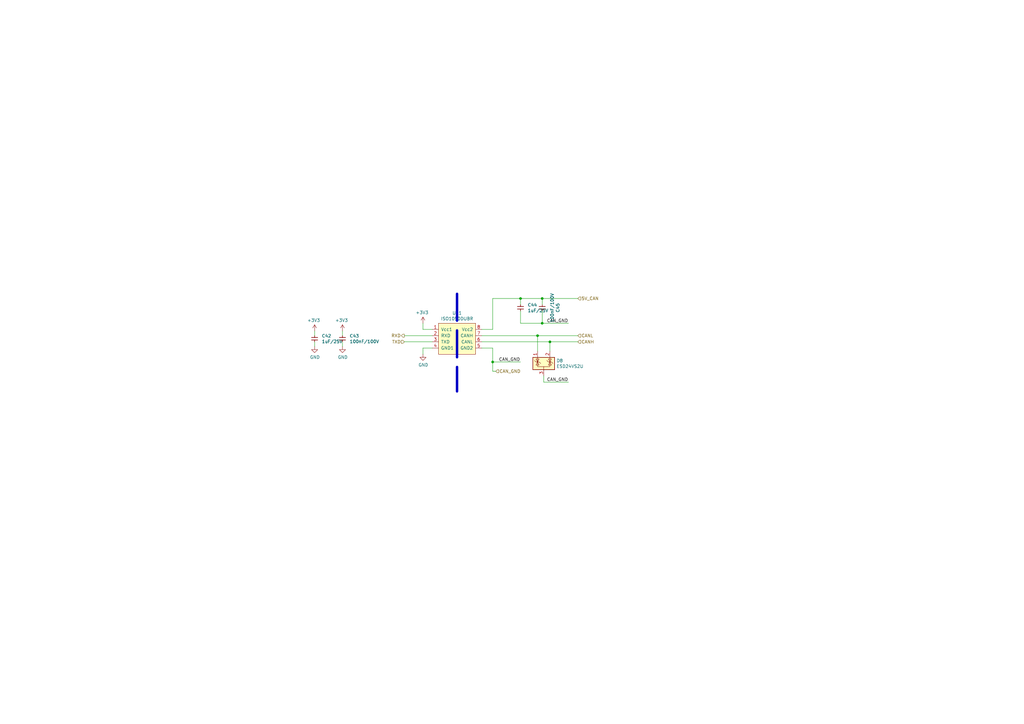
<source format=kicad_sch>
(kicad_sch (version 20230121) (generator eeschema)

  (uuid 54d99f00-ccf1-47ca-82dc-6abcb3aa298d)

  (paper "A3")

  (title_block
    (date "2023-10-19")
    (rev "V0.1")
    (company "teTra")
  )

  (lib_symbols
    (symbol "Device:C" (pin_numbers hide) (pin_names (offset 0.254)) (in_bom yes) (on_board yes)
      (property "Reference" "C" (at 0.635 2.54 0)
        (effects (font (size 1.27 1.27)) (justify left))
      )
      (property "Value" "C" (at 0.635 -2.54 0)
        (effects (font (size 1.27 1.27)) (justify left))
      )
      (property "Footprint" "" (at 0.9652 -3.81 0)
        (effects (font (size 1.27 1.27)) hide)
      )
      (property "Datasheet" "~" (at 0 0 0)
        (effects (font (size 1.27 1.27)) hide)
      )
      (property "ki_keywords" "cap capacitor" (at 0 0 0)
        (effects (font (size 1.27 1.27)) hide)
      )
      (property "ki_description" "Unpolarized capacitor" (at 0 0 0)
        (effects (font (size 1.27 1.27)) hide)
      )
      (property "ki_fp_filters" "C_*" (at 0 0 0)
        (effects (font (size 1.27 1.27)) hide)
      )
      (symbol "C_1_1"
        (polyline
          (pts
            (xy -1.27 -0.508)
            (xy 1.27 -0.508)
          )
          (stroke (width 0.254) (type default))
          (fill (type none))
        )
        (polyline
          (pts
            (xy -1.27 0.508)
            (xy 1.27 0.508)
          )
          (stroke (width 0.254) (type default))
          (fill (type none))
        )
        (pin passive line (at 0 1.27 270) (length 0.762)
          (name "~" (effects (font (size 1.27 1.27))))
          (number "1" (effects (font (size 1.27 1.27))))
        )
        (pin passive line (at 0 -1.27 90) (length 0.762)
          (name "~" (effects (font (size 1.27 1.27))))
          (number "2" (effects (font (size 1.27 1.27))))
        )
      )
    )
    (symbol "ENNOID:ISO1050DUBR" (pin_names (offset 1.016)) (in_bom yes) (on_board yes)
      (property "Reference" "U" (at 0 7.62 0)
        (effects (font (size 1.27 1.27)))
      )
      (property "Value" "ISO1050DUBR" (at 0 -7.62 0)
        (effects (font (size 1.27 1.27)))
      )
      (property "Footprint" "" (at -2.54 -8.89 0)
        (effects (font (size 1.27 1.27)) hide)
      )
      (property "Datasheet" "" (at -2.54 -8.89 0)
        (effects (font (size 1.27 1.27)) hide)
      )
      (symbol "ISO1050DUBR_0_1"
        (rectangle (start -7.62 -6.35) (end 7.62 6.35)
          (stroke (width 0) (type solid))
          (fill (type background))
        )
      )
      (symbol "ISO1050DUBR_1_1"
        (pin power_in line (at -10.16 3.81 0) (length 2.54)
          (name "Vcc1" (effects (font (size 1.27 1.27))))
          (number "1" (effects (font (size 1.27 1.27))))
        )
        (pin input line (at -10.16 1.27 0) (length 2.54)
          (name "RXD" (effects (font (size 1.27 1.27))))
          (number "2" (effects (font (size 1.27 1.27))))
        )
        (pin output line (at -10.16 -1.27 0) (length 2.54)
          (name "TXD" (effects (font (size 1.27 1.27))))
          (number "3" (effects (font (size 1.27 1.27))))
        )
        (pin passive line (at -10.16 -3.81 0) (length 2.54)
          (name "GND1" (effects (font (size 1.27 1.27))))
          (number "4" (effects (font (size 1.27 1.27))))
        )
        (pin passive line (at 10.16 -3.81 180) (length 2.54)
          (name "GND2" (effects (font (size 1.27 1.27))))
          (number "5" (effects (font (size 1.27 1.27))))
        )
        (pin bidirectional line (at 10.16 -1.27 180) (length 2.54)
          (name "CANL" (effects (font (size 1.27 1.27))))
          (number "6" (effects (font (size 1.27 1.27))))
        )
        (pin bidirectional line (at 10.16 1.27 180) (length 2.54)
          (name "CANH" (effects (font (size 1.27 1.27))))
          (number "7" (effects (font (size 1.27 1.27))))
        )
        (pin power_in line (at 10.16 3.81 180) (length 2.54)
          (name "Vcc2" (effects (font (size 1.27 1.27))))
          (number "8" (effects (font (size 1.27 1.27))))
        )
      )
    )
    (symbol "Power_Protection:SZNUP2105L" (pin_names hide) (in_bom yes) (on_board yes)
      (property "Reference" "D" (at 5.715 2.54 0)
        (effects (font (size 1.27 1.27)) (justify left))
      )
      (property "Value" "SZNUP2105L" (at 5.715 0.635 0)
        (effects (font (size 1.27 1.27)) (justify left))
      )
      (property "Footprint" "Package_TO_SOT_SMD:SOT-23" (at 5.715 -1.27 0)
        (effects (font (size 1.27 1.27)) (justify left) hide)
      )
      (property "Datasheet" "http://www.onsemi.com/pub_link/Collateral/NUP2105L-D.PDF" (at 3.175 3.175 0)
        (effects (font (size 1.27 1.27)) hide)
      )
      (property "ki_keywords" "can esd protection suppression transient automotive" (at 0 0 0)
        (effects (font (size 1.27 1.27)) hide)
      )
      (property "ki_description" "Dual Line CAN Bus Protector, 24Vrwm, Automotive Grade" (at 0 0 0)
        (effects (font (size 1.27 1.27)) hide)
      )
      (property "ki_fp_filters" "SOT?23*" (at 0 0 0)
        (effects (font (size 1.27 1.27)) hide)
      )
      (symbol "SZNUP2105L_0_0"
        (pin passive line (at 0 -5.08 90) (length 2.54)
          (name "A" (effects (font (size 1.27 1.27))))
          (number "3" (effects (font (size 1.27 1.27))))
        )
      )
      (symbol "SZNUP2105L_0_1"
        (rectangle (start -4.445 2.54) (end 4.445 -2.54)
          (stroke (width 0.254) (type default))
          (fill (type background))
        )
        (polyline
          (pts
            (xy -2.54 2.54)
            (xy -2.54 0.635)
          )
          (stroke (width 0) (type default))
          (fill (type none))
        )
        (polyline
          (pts
            (xy 0 -1.27)
            (xy 0 -2.54)
          )
          (stroke (width 0) (type default))
          (fill (type none))
        )
        (polyline
          (pts
            (xy 2.54 2.54)
            (xy 2.54 0.635)
          )
          (stroke (width 0) (type default))
          (fill (type none))
        )
        (polyline
          (pts
            (xy -3.81 1.27)
            (xy -3.175 0.635)
            (xy -1.905 0.635)
            (xy -1.27 0)
          )
          (stroke (width 0) (type default))
          (fill (type none))
        )
        (polyline
          (pts
            (xy -2.54 0.635)
            (xy -2.54 -1.27)
            (xy 2.54 -1.27)
            (xy 2.54 0.635)
          )
          (stroke (width 0) (type default))
          (fill (type none))
        )
        (polyline
          (pts
            (xy -2.54 0.635)
            (xy -1.905 -0.635)
            (xy -3.175 -0.635)
            (xy -2.54 0.635)
          )
          (stroke (width 0) (type default))
          (fill (type none))
        )
        (polyline
          (pts
            (xy 2.54 0.635)
            (xy 1.905 -0.635)
            (xy 3.175 -0.635)
            (xy 2.54 0.635)
          )
          (stroke (width 0) (type default))
          (fill (type none))
        )
        (polyline
          (pts
            (xy 2.54 0.635)
            (xy 3.175 1.905)
            (xy 1.905 1.905)
            (xy 2.54 0.635)
          )
          (stroke (width 0) (type default))
          (fill (type none))
        )
        (polyline
          (pts
            (xy -2.54 0.635)
            (xy -3.175 1.905)
            (xy -1.905 1.905)
            (xy -2.54 0.635)
            (xy -2.54 1.27)
          )
          (stroke (width 0) (type default))
          (fill (type none))
        )
        (polyline
          (pts
            (xy 1.27 1.27)
            (xy 1.905 0.635)
            (xy 2.54 0.635)
            (xy 3.175 0.635)
            (xy 3.81 0)
          )
          (stroke (width 0) (type default))
          (fill (type none))
        )
      )
      (symbol "SZNUP2105L_1_1"
        (pin passive line (at -2.54 5.08 270) (length 2.54)
          (name "K" (effects (font (size 1.27 1.27))))
          (number "1" (effects (font (size 1.27 1.27))))
        )
        (pin passive line (at 2.54 5.08 270) (length 2.54)
          (name "K" (effects (font (size 1.27 1.27))))
          (number "2" (effects (font (size 1.27 1.27))))
        )
      )
    )
    (symbol "power:+3V3" (power) (pin_names (offset 0)) (in_bom yes) (on_board yes)
      (property "Reference" "#PWR" (at 0 -3.81 0)
        (effects (font (size 1.27 1.27)) hide)
      )
      (property "Value" "+3V3" (at 0 3.556 0)
        (effects (font (size 1.27 1.27)))
      )
      (property "Footprint" "" (at 0 0 0)
        (effects (font (size 1.27 1.27)) hide)
      )
      (property "Datasheet" "" (at 0 0 0)
        (effects (font (size 1.27 1.27)) hide)
      )
      (property "ki_keywords" "global power" (at 0 0 0)
        (effects (font (size 1.27 1.27)) hide)
      )
      (property "ki_description" "Power symbol creates a global label with name \"+3V3\"" (at 0 0 0)
        (effects (font (size 1.27 1.27)) hide)
      )
      (symbol "+3V3_0_1"
        (polyline
          (pts
            (xy -0.762 1.27)
            (xy 0 2.54)
          )
          (stroke (width 0) (type default))
          (fill (type none))
        )
        (polyline
          (pts
            (xy 0 0)
            (xy 0 2.54)
          )
          (stroke (width 0) (type default))
          (fill (type none))
        )
        (polyline
          (pts
            (xy 0 2.54)
            (xy 0.762 1.27)
          )
          (stroke (width 0) (type default))
          (fill (type none))
        )
      )
      (symbol "+3V3_1_1"
        (pin power_in line (at 0 0 90) (length 0) hide
          (name "+3V3" (effects (font (size 1.27 1.27))))
          (number "1" (effects (font (size 1.27 1.27))))
        )
      )
    )
    (symbol "power:GND" (power) (pin_names (offset 0)) (in_bom yes) (on_board yes)
      (property "Reference" "#PWR" (at 0 -6.35 0)
        (effects (font (size 1.27 1.27)) hide)
      )
      (property "Value" "GND" (at 0 -3.81 0)
        (effects (font (size 1.27 1.27)))
      )
      (property "Footprint" "" (at 0 0 0)
        (effects (font (size 1.27 1.27)) hide)
      )
      (property "Datasheet" "" (at 0 0 0)
        (effects (font (size 1.27 1.27)) hide)
      )
      (property "ki_keywords" "global power" (at 0 0 0)
        (effects (font (size 1.27 1.27)) hide)
      )
      (property "ki_description" "Power symbol creates a global label with name \"GND\" , ground" (at 0 0 0)
        (effects (font (size 1.27 1.27)) hide)
      )
      (symbol "GND_0_1"
        (polyline
          (pts
            (xy 0 0)
            (xy 0 -1.27)
            (xy 1.27 -1.27)
            (xy 0 -2.54)
            (xy -1.27 -1.27)
            (xy 0 -1.27)
          )
          (stroke (width 0) (type default))
          (fill (type none))
        )
      )
      (symbol "GND_1_1"
        (pin power_in line (at 0 0 270) (length 0) hide
          (name "GND" (effects (font (size 1.27 1.27))))
          (number "1" (effects (font (size 1.27 1.27))))
        )
      )
    )
  )

  (junction (at 213.487 122.428) (diameter 0) (color 0 0 0 0)
    (uuid 1d1fdf66-c0a4-4a60-b26e-e28d390dfdec)
  )
  (junction (at 222.377 132.588) (diameter 0) (color 0 0 0 0)
    (uuid 395c69d8-4221-4077-8fff-d263a5fb6a99)
  )
  (junction (at 202.057 148.463) (diameter 0) (color 0 0 0 0)
    (uuid 4f0fab5f-900f-4eac-8ddd-2fa09fc29ef9)
  )
  (junction (at 225.552 140.208) (diameter 0) (color 0 0 0 0)
    (uuid 7f14e26a-8130-4989-aa5b-7408d11d672c)
  )
  (junction (at 220.472 137.668) (diameter 0) (color 0 0 0 0)
    (uuid aa0cb370-9018-4c65-86f1-28f78a665f31)
  )
  (junction (at 222.377 122.428) (diameter 0) (color 0 0 0 0)
    (uuid fdc5ebd5-d1c9-498d-8a71-970c4cfa0941)
  )

  (wire (pts (xy 213.487 127.508) (xy 213.487 132.588))
    (stroke (width 0) (type default))
    (uuid 00b64fb5-32b0-4631-8c2a-6b74185769d9)
  )
  (wire (pts (xy 140.462 135.763) (xy 140.462 137.668))
    (stroke (width 0) (type default))
    (uuid 0c5e0f44-46b7-4c2f-b334-a0520ecab97e)
  )
  (wire (pts (xy 222.377 127.508) (xy 222.377 132.588))
    (stroke (width 0) (type default))
    (uuid 0fbd5a2a-5c6e-4606-b352-36305433f701)
  )
  (wire (pts (xy 165.862 137.668) (xy 177.292 137.668))
    (stroke (width 0) (type default))
    (uuid 1748eff8-6036-4a5b-9a35-c24b1adcd171)
  )
  (wire (pts (xy 223.012 154.178) (xy 223.012 156.718))
    (stroke (width 0) (type default))
    (uuid 174f6d38-7f9f-42d4-8d23-8bf16a87f984)
  )
  (wire (pts (xy 222.377 122.428) (xy 222.377 124.968))
    (stroke (width 0) (type default))
    (uuid 1983eb1f-48d6-454d-afed-7bdc2db3142c)
  )
  (wire (pts (xy 197.612 137.668) (xy 220.472 137.668))
    (stroke (width 0) (type default))
    (uuid 1a6b4a06-f95b-4bbb-abff-9dbfd62c71f3)
  )
  (wire (pts (xy 202.057 142.748) (xy 202.057 148.463))
    (stroke (width 0) (type default))
    (uuid 224f0641-606e-47a2-82b5-a9addde20803)
  )
  (wire (pts (xy 129.032 140.208) (xy 129.032 142.113))
    (stroke (width 0) (type default))
    (uuid 2da448fd-4e9b-4c98-8520-e1cc80ed96e6)
  )
  (polyline (pts (xy 187.452 120.523) (xy 187.452 160.528))
    (stroke (width 1) (type dash))
    (uuid 38e72973-7816-4127-b921-f48dad51c369)
  )

  (wire (pts (xy 222.377 132.588) (xy 233.172 132.588))
    (stroke (width 0) (type default))
    (uuid 3c4936d0-ac7b-401d-b3ef-54e453e9df9a)
  )
  (wire (pts (xy 202.057 152.273) (xy 202.057 148.463))
    (stroke (width 0) (type default))
    (uuid 4fc4e4b9-08e1-415d-a983-21c45f22ac84)
  )
  (wire (pts (xy 202.057 148.463) (xy 213.487 148.463))
    (stroke (width 0) (type default))
    (uuid 560b45d9-21b2-4043-843b-d50328404546)
  )
  (wire (pts (xy 220.472 137.668) (xy 236.982 137.668))
    (stroke (width 0) (type default))
    (uuid 575a48f7-d034-4384-ae34-6ca461f114aa)
  )
  (wire (pts (xy 225.552 144.018) (xy 225.552 140.208))
    (stroke (width 0) (type default))
    (uuid 5c0125c0-7280-462e-ab81-eb9cb0212ab8)
  )
  (wire (pts (xy 129.032 135.763) (xy 129.032 137.668))
    (stroke (width 0) (type default))
    (uuid 67c3dc43-d80d-4f58-9c43-65a2a5e1f6b5)
  )
  (wire (pts (xy 220.472 144.018) (xy 220.472 137.668))
    (stroke (width 0) (type default))
    (uuid 70ed37a3-0e55-4ea2-8d86-8dde83b144b1)
  )
  (wire (pts (xy 202.057 122.428) (xy 202.057 135.128))
    (stroke (width 0) (type default))
    (uuid 76c83a1a-310e-4a55-9e35-42ffe6dcdf2b)
  )
  (wire (pts (xy 223.012 156.718) (xy 233.172 156.718))
    (stroke (width 0) (type default))
    (uuid 7b51b4bb-d7ee-40d1-99c8-e62ee699f984)
  )
  (wire (pts (xy 225.552 140.208) (xy 236.982 140.208))
    (stroke (width 0) (type default))
    (uuid 7ef482fa-4409-47f7-a2a0-e1d269d1b20a)
  )
  (wire (pts (xy 213.487 132.588) (xy 222.377 132.588))
    (stroke (width 0) (type default))
    (uuid 80e5f19f-c19f-4916-8979-bc1521ba9b8b)
  )
  (wire (pts (xy 202.057 142.748) (xy 197.612 142.748))
    (stroke (width 0) (type default))
    (uuid 823fbff9-8119-4139-93f5-74d14d38d17f)
  )
  (wire (pts (xy 203.327 152.273) (xy 202.057 152.273))
    (stroke (width 0) (type default))
    (uuid 83d1fc11-086c-4511-8742-79d9b18a6964)
  )
  (wire (pts (xy 177.292 142.748) (xy 173.482 142.748))
    (stroke (width 0) (type default))
    (uuid 8847f8d3-eade-47b6-83c7-078e0a393876)
  )
  (wire (pts (xy 213.487 122.428) (xy 222.377 122.428))
    (stroke (width 0) (type default))
    (uuid 8fd265bd-99bd-446f-ad1a-ef9d1c86d0d6)
  )
  (wire (pts (xy 173.482 142.748) (xy 173.482 145.288))
    (stroke (width 0) (type default))
    (uuid a9114a75-99ef-429a-8e52-3304152074ae)
  )
  (wire (pts (xy 202.057 135.128) (xy 197.612 135.128))
    (stroke (width 0) (type default))
    (uuid acaae673-63ce-4c89-803d-6cf6be440cda)
  )
  (wire (pts (xy 140.462 140.208) (xy 140.462 142.113))
    (stroke (width 0) (type default))
    (uuid b1e0c633-f479-42e6-812c-6e5f8de7d92d)
  )
  (wire (pts (xy 213.487 122.428) (xy 213.487 124.968))
    (stroke (width 0) (type default))
    (uuid b7313d29-6646-43c8-9b16-71e38e8da3a8)
  )
  (wire (pts (xy 202.057 122.428) (xy 213.487 122.428))
    (stroke (width 0) (type default))
    (uuid b9834e71-0c46-4e97-8519-46c4317a980d)
  )
  (wire (pts (xy 222.377 122.428) (xy 236.982 122.428))
    (stroke (width 0) (type default))
    (uuid cb988029-fc15-487d-891b-103a1b8173ee)
  )
  (wire (pts (xy 165.862 140.208) (xy 177.292 140.208))
    (stroke (width 0) (type default))
    (uuid dc3ffcf2-64b4-4e2b-ad98-baa880c9bdaa)
  )
  (wire (pts (xy 173.482 132.588) (xy 173.482 135.128))
    (stroke (width 0) (type default))
    (uuid e0030542-2555-4300-9646-9dc479928552)
  )
  (wire (pts (xy 197.612 140.208) (xy 225.552 140.208))
    (stroke (width 0) (type default))
    (uuid f320dd82-c035-4771-bd5a-b72fa3b05570)
  )
  (wire (pts (xy 173.482 135.128) (xy 177.292 135.128))
    (stroke (width 0) (type default))
    (uuid ffea8639-a158-4311-8012-d5b4ed25d488)
  )

  (label "CAN_GND" (at 224.282 132.588 0) (fields_autoplaced)
    (effects (font (size 1.27 1.27)) (justify left bottom))
    (uuid 14a23451-337b-45f2-ae88-9af419a9f96f)
  )
  (label "CAN_GND" (at 204.597 148.463 0) (fields_autoplaced)
    (effects (font (size 1.27 1.27)) (justify left bottom))
    (uuid 6568f6af-6e8c-4a5d-b207-167c42699662)
  )
  (label "CAN_GND" (at 224.282 156.718 0) (fields_autoplaced)
    (effects (font (size 1.27 1.27)) (justify left bottom))
    (uuid 79163615-bc46-4c29-bb6d-d2a0c4d84d6b)
  )

  (hierarchical_label "CANH" (shape input) (at 236.982 140.208 0) (fields_autoplaced)
    (effects (font (size 1.27 1.27)) (justify left))
    (uuid 0d52cd9b-e2d6-475c-8ea0-f2d267140eed)
  )
  (hierarchical_label "CANL" (shape input) (at 236.982 137.668 0) (fields_autoplaced)
    (effects (font (size 1.27 1.27)) (justify left))
    (uuid 163af1d0-a0ee-41f7-aad5-7caf225f0996)
  )
  (hierarchical_label "5V_CAN" (shape input) (at 236.982 122.428 0) (fields_autoplaced)
    (effects (font (size 1.27 1.27)) (justify left))
    (uuid 2d24b40a-984d-4692-8031-510f9876f389)
  )
  (hierarchical_label "CAN_GND" (shape input) (at 203.327 152.273 0) (fields_autoplaced)
    (effects (font (size 1.27 1.27)) (justify left))
    (uuid 915e76a0-e240-436c-9287-df66fd8f72d9)
  )
  (hierarchical_label "RXD" (shape output) (at 165.862 137.668 180) (fields_autoplaced)
    (effects (font (size 1.27 1.27)) (justify right))
    (uuid c79ee05b-dc23-47b6-b149-58eb17b48a4b)
  )
  (hierarchical_label "TXD" (shape input) (at 165.862 140.208 180) (fields_autoplaced)
    (effects (font (size 1.27 1.27)) (justify right))
    (uuid f5d24d76-773c-463c-a876-3580799e9351)
  )

  (symbol (lib_id "ENNOID:ISO1050DUBR") (at 187.452 138.938 0) (unit 1)
    (in_bom yes) (on_board yes) (dnp no)
    (uuid 00000000-0000-0000-0000-00005a91e99c)
    (property "Reference" "U11" (at 187.452 128.397 0)
      (effects (font (size 1.27 1.27)))
    )
    (property "Value" "ISO1050DUBR" (at 187.452 130.7084 0)
      (effects (font (size 1.27 1.27)))
    )
    (property "Footprint" "Package_SO:SOP-8_6.62x9.15mm_P2.54mm" (at 184.912 147.828 0)
      (effects (font (size 1.27 1.27)) hide)
    )
    (property "Datasheet" "https://www.ti.com/general/docs/suppproductinfo.tsp?distId=10&gotoUrl=https%3A%2F%2Fwww.ti.com%2Flit%2Fgpn%2Fiso1050" (at 184.912 147.828 0)
      (effects (font (size 1.27 1.27)) hide)
    )
    (property "MPN" "ISO1050DUBR" (at 187.452 138.938 0)
      (effects (font (size 1.27 1.27)) hide)
    )
    (property "Description" "1/1 Transceiver, Isolated Half CANbus 8-SOP" (at 187.452 138.938 0)
      (effects (font (size 1.27 1.27)) hide)
    )
    (property "Link" "https://www.digikey.jp/en/products/detail/texas-instruments/ISO1050DUBR/2094633?s=N4IgTCBcDaIJIGUDyBGADAVjQEQKoCEAlEAXQF8g" (at 187.452 138.938 0)
      (effects (font (size 1.27 1.27)) hide)
    )
    (pin "1" (uuid 181db3ba-d4f6-4641-9c51-bbc414b25a32))
    (pin "2" (uuid 3b7e584a-9625-4369-b37d-ac292f82ae3a))
    (pin "3" (uuid caa09e7c-bf80-40ee-9681-fee87aee6321))
    (pin "4" (uuid c355e5f7-bc43-41ce-898f-dd8a489a4625))
    (pin "5" (uuid e0c6fa61-052f-4510-ab10-768f0aeeefa0))
    (pin "6" (uuid c62ebaf6-5a1d-4e4c-957f-40efef3e20a4))
    (pin "7" (uuid 35cb8c56-aaa6-4aec-a90b-4b642578543e))
    (pin "8" (uuid 9c1d6ef6-9980-435a-8c9a-638a44e56035))
    (instances
      (project "LTC6811_ESP32_V1p21"
        (path "/6a86ff6f-b159-4c4c-8a40-e732cc82e010/00000000-0000-0000-0000-00005a91e16c"
          (reference "U11") (unit 1)
        )
      )
    )
  )

  (symbol (lib_id "power:GND") (at 173.482 145.288 0) (unit 1)
    (in_bom yes) (on_board yes) (dnp no)
    (uuid 00000000-0000-0000-0000-00005a91eadf)
    (property "Reference" "#PWR075" (at 173.482 151.638 0)
      (effects (font (size 1.27 1.27)) hide)
    )
    (property "Value" "GND" (at 173.609 149.6822 0)
      (effects (font (size 1.27 1.27)))
    )
    (property "Footprint" "" (at 173.482 145.288 0)
      (effects (font (size 1.27 1.27)) hide)
    )
    (property "Datasheet" "" (at 173.482 145.288 0)
      (effects (font (size 1.27 1.27)) hide)
    )
    (pin "1" (uuid da920add-4dff-4e17-9ca9-be24608e5c8d))
    (instances
      (project "LTC6811_ESP32_V1p21"
        (path "/6a86ff6f-b159-4c4c-8a40-e732cc82e010/00000000-0000-0000-0000-00005a91e16c"
          (reference "#PWR075") (unit 1)
        )
      )
    )
  )

  (symbol (lib_id "Device:C") (at 140.462 138.938 0) (unit 1)
    (in_bom yes) (on_board yes) (dnp no)
    (uuid 00000000-0000-0000-0000-00005a91eb41)
    (property "Reference" "C43" (at 143.383 137.7696 0)
      (effects (font (size 1.27 1.27)) (justify left))
    )
    (property "Value" "100nF/100V" (at 143.383 140.081 0)
      (effects (font (size 1.27 1.27)) (justify left))
    )
    (property "Footprint" "Capacitor_SMD:C_0603_1608Metric" (at 141.4272 142.748 0)
      (effects (font (size 1.27 1.27)) hide)
    )
    (property "Datasheet" "https://www.digikey.jp/en/products/detail/samsung-electro-mechanics/CL10B104KC8NNNC/5961291?s=N4IgTCBcDaIMIBkCMAGAQqgLAaTgDgDki4AdEkAXQF8g" (at 140.462 138.938 0)
      (effects (font (size 1.27 1.27)) hide)
    )
    (property "MPN" "CL10B104KC8NNNC" (at 140.462 138.938 0)
      (effects (font (size 1.27 1.27)) hide)
    )
    (property "Description" "0.1 µF ±10% 100V Ceramic Capacitor X7R 0603 (1608 Metric)" (at 140.462 138.938 0)
      (effects (font (size 1.27 1.27)) hide)
    )
    (property "Link" "https://www.digikey.jp/en/products/detail/samsung-electro-mechanics/CL10B104KC8NNNC/5961291?s=N4IgTCBcDaIMIBkCMAGAQqgLAaTgDgDki4QBdAXyA" (at 140.462 138.938 0)
      (effects (font (size 1.27 1.27)) hide)
    )
    (pin "1" (uuid 73927e3b-90a4-43ad-9422-f4cfced14aa4))
    (pin "2" (uuid 28ffe2e5-01ff-49f7-99e1-999419e37752))
    (instances
      (project "LTC6811_ESP32_V1p21"
        (path "/6a86ff6f-b159-4c4c-8a40-e732cc82e010/00000000-0000-0000-0000-00005a91e16c"
          (reference "C43") (unit 1)
        )
      )
    )
  )

  (symbol (lib_id "power:GND") (at 140.462 142.113 0) (unit 1)
    (in_bom yes) (on_board yes) (dnp no)
    (uuid 00000000-0000-0000-0000-00005a91eba8)
    (property "Reference" "#PWR073" (at 140.462 148.463 0)
      (effects (font (size 1.27 1.27)) hide)
    )
    (property "Value" "GND" (at 140.589 146.5072 0)
      (effects (font (size 1.27 1.27)))
    )
    (property "Footprint" "" (at 140.462 142.113 0)
      (effects (font (size 1.27 1.27)) hide)
    )
    (property "Datasheet" "" (at 140.462 142.113 0)
      (effects (font (size 1.27 1.27)) hide)
    )
    (pin "1" (uuid e9f24b9c-a8a4-49ee-8c10-03477a8fc0fb))
    (instances
      (project "LTC6811_ESP32_V1p21"
        (path "/6a86ff6f-b159-4c4c-8a40-e732cc82e010/00000000-0000-0000-0000-00005a91e16c"
          (reference "#PWR073") (unit 1)
        )
      )
    )
  )

  (symbol (lib_id "Device:C") (at 129.032 138.938 0) (unit 1)
    (in_bom yes) (on_board yes) (dnp no)
    (uuid 00000000-0000-0000-0000-00005a924642)
    (property "Reference" "C42" (at 131.953 137.7696 0)
      (effects (font (size 1.27 1.27)) (justify left))
    )
    (property "Value" "1uF/25V" (at 131.953 140.081 0)
      (effects (font (size 1.27 1.27)) (justify left))
    )
    (property "Footprint" "Capacitor_SMD:C_0603_1608Metric" (at 129.9972 142.748 0)
      (effects (font (size 1.27 1.27)) hide)
    )
    (property "Datasheet" "https://mm.digikey.com/Volume0/opasdata/d220001/medias/docus/4562/0603B105K250XD.pdf" (at 129.032 138.938 0)
      (effects (font (size 1.27 1.27)) hide)
    )
    (property "MPN" "0603B105K250XD" (at 129.032 138.938 0)
      (effects (font (size 1.27 1.27)) hide)
    )
    (property "Description" "1 µF ±10% 25V Ceramic Capacitor X7R 0603 (1608 Metric)" (at 129.032 138.938 0)
      (effects (font (size 1.27 1.27)) hide)
    )
    (property "Link" "https://www.digikey.jp/en/products/detail/nextgen-components/0603B105K250XD/14670931" (at 129.032 138.938 0)
      (effects (font (size 1.27 1.27)) hide)
    )
    (pin "1" (uuid 29c91a36-79a5-43b9-bd92-f5da7e9e9cfd))
    (pin "2" (uuid 8b7479c6-62a4-4ad7-ac20-aa58a409b11c))
    (instances
      (project "LTC6811_ESP32_V1p21"
        (path "/6a86ff6f-b159-4c4c-8a40-e732cc82e010/00000000-0000-0000-0000-00005a91e16c"
          (reference "C42") (unit 1)
        )
      )
    )
  )

  (symbol (lib_id "power:GND") (at 129.032 142.113 0) (unit 1)
    (in_bom yes) (on_board yes) (dnp no)
    (uuid 00000000-0000-0000-0000-00005a925217)
    (property "Reference" "#PWR071" (at 129.032 148.463 0)
      (effects (font (size 1.27 1.27)) hide)
    )
    (property "Value" "GND" (at 129.159 146.5072 0)
      (effects (font (size 1.27 1.27)))
    )
    (property "Footprint" "" (at 129.032 142.113 0)
      (effects (font (size 1.27 1.27)) hide)
    )
    (property "Datasheet" "" (at 129.032 142.113 0)
      (effects (font (size 1.27 1.27)) hide)
    )
    (pin "1" (uuid c37f830f-33cf-474d-a13f-1c6a9f6a8b40))
    (instances
      (project "LTC6811_ESP32_V1p21"
        (path "/6a86ff6f-b159-4c4c-8a40-e732cc82e010/00000000-0000-0000-0000-00005a91e16c"
          (reference "#PWR071") (unit 1)
        )
      )
    )
  )

  (symbol (lib_id "Device:C") (at 222.377 126.238 180) (unit 1)
    (in_bom yes) (on_board yes) (dnp no)
    (uuid 00000000-0000-0000-0000-00005c24ae55)
    (property "Reference" "C45" (at 228.7778 126.238 90)
      (effects (font (size 1.27 1.27)))
    )
    (property "Value" "100nF/100V" (at 226.4664 126.238 90)
      (effects (font (size 1.27 1.27)))
    )
    (property "Footprint" "Capacitor_SMD:C_0603_1608Metric" (at 221.4118 122.428 0)
      (effects (font (size 1.27 1.27)) hide)
    )
    (property "Datasheet" "https://www.digikey.jp/en/products/detail/samsung-electro-mechanics/CL10B104KC8NNNC/5961291?s=N4IgTCBcDaIMIBkCMAGAQqgLAaTgDgDki4AdEkAXQF8g" (at 222.377 126.238 0)
      (effects (font (size 1.27 1.27)) hide)
    )
    (property "MPN" "CL10B104KC8NNNC" (at 222.377 126.238 0)
      (effects (font (size 1.27 1.27)) hide)
    )
    (property "Description" "0.1 µF ±10% 100V Ceramic Capacitor X7R 0603 (1608 Metric)" (at 222.377 126.238 0)
      (effects (font (size 1.27 1.27)) hide)
    )
    (property "Link" "https://www.digikey.jp/en/products/detail/samsung-electro-mechanics/CL10B104KC8NNNC/5961291?s=N4IgTCBcDaIMIBkCMAGAQqgLAaTgDgDki4QBdAXyA" (at 222.377 126.238 0)
      (effects (font (size 1.27 1.27)) hide)
    )
    (pin "1" (uuid 94e45f63-d13f-420c-a21d-66c0d04d2984))
    (pin "2" (uuid 7df54e25-dcff-40cb-8f0c-eb2cc22196e8))
    (instances
      (project "LTC6811_ESP32_V1p21"
        (path "/6a86ff6f-b159-4c4c-8a40-e732cc82e010/00000000-0000-0000-0000-00005a91e16c"
          (reference "C45") (unit 1)
        )
      )
    )
  )

  (symbol (lib_id "Device:C") (at 213.487 126.238 0) (unit 1)
    (in_bom yes) (on_board yes) (dnp no)
    (uuid 00000000-0000-0000-0000-00005c24b678)
    (property "Reference" "C44" (at 216.408 125.0696 0)
      (effects (font (size 1.27 1.27)) (justify left))
    )
    (property "Value" "1uF/25V" (at 216.408 127.381 0)
      (effects (font (size 1.27 1.27)) (justify left))
    )
    (property "Footprint" "Capacitor_SMD:C_0603_1608Metric" (at 214.4522 130.048 0)
      (effects (font (size 1.27 1.27)) hide)
    )
    (property "Datasheet" "https://mm.digikey.com/Volume0/opasdata/d220001/medias/docus/4562/0603B105K250XD.pdf" (at 213.487 126.238 0)
      (effects (font (size 1.27 1.27)) hide)
    )
    (property "MPN" "0603B105K250XD" (at 213.487 126.238 0)
      (effects (font (size 1.27 1.27)) hide)
    )
    (property "Description" "1 µF ±10% 25V Ceramic Capacitor X7R 0603 (1608 Metric)" (at 213.487 126.238 0)
      (effects (font (size 1.27 1.27)) hide)
    )
    (property "Link" "https://www.digikey.jp/en/products/detail/nextgen-components/0603B105K250XD/14670931" (at 213.487 126.238 0)
      (effects (font (size 1.27 1.27)) hide)
    )
    (pin "1" (uuid f00cb241-8c60-4ca2-b4b7-3ffa861174f3))
    (pin "2" (uuid df7df6f0-c9e9-4849-a368-7bd440698db1))
    (instances
      (project "LTC6811_ESP32_V1p21"
        (path "/6a86ff6f-b159-4c4c-8a40-e732cc82e010/00000000-0000-0000-0000-00005a91e16c"
          (reference "C44") (unit 1)
        )
      )
    )
  )

  (symbol (lib_id "Power_Protection:SZNUP2105L") (at 223.012 149.098 0) (unit 1)
    (in_bom yes) (on_board yes) (dnp no)
    (uuid 00000000-0000-0000-0000-00005c258d40)
    (property "Reference" "D8" (at 228.219 147.9296 0)
      (effects (font (size 1.27 1.27)) (justify left))
    )
    (property "Value" "ESD24VS2U" (at 228.219 150.241 0)
      (effects (font (size 1.27 1.27)) (justify left))
    )
    (property "Footprint" "Package_TO_SOT_SMD:SOT-23" (at 228.727 150.368 0)
      (effects (font (size 1.27 1.27)) (justify left) hide)
    )
    (property "Datasheet" "https://www.infineon.com/dgdl/Infineon-ESD24VS2U-DS-v01_01-en.pdf?fileId=db3a3043340fff53013413a2249d2ff3" (at 226.187 145.923 0)
      (effects (font (size 1.27 1.27)) hide)
    )
    (property "MPN" "ESD24VS2UE6327HTSA1" (at 223.012 149.098 0)
      (effects (font (size 1.27 1.27)) hide)
    )
    (property "Description" "41V Clamp 5A (8/20µs) Ipp Tvs Diode Surface Mount PG-SOT23" (at 223.012 149.098 0)
      (effects (font (size 1.27 1.27)) hide)
    )
    (property "Link" "https://www.digikey.jp/en/products/detail/infineon-technologies/ESD24VS2UE6327HTSA1/1785650" (at 223.012 149.098 0)
      (effects (font (size 1.27 1.27)) hide)
    )
    (pin "3" (uuid 946bb8a4-2e3e-4176-8668-20ee34ce0dcc))
    (pin "1" (uuid a3c4c4a8-c267-4684-9593-1941775c88a0))
    (pin "2" (uuid c3fc8871-d6e5-4c62-9539-471385981ebd))
    (instances
      (project "LTC6811_ESP32_V1p21"
        (path "/6a86ff6f-b159-4c4c-8a40-e732cc82e010/00000000-0000-0000-0000-00005a91e16c"
          (reference "D8") (unit 1)
        )
      )
    )
  )

  (symbol (lib_id "power:+3V3") (at 173.482 132.588 0) (mirror y) (unit 1)
    (in_bom yes) (on_board yes) (dnp no)
    (uuid 92adda24-a4a0-48f7-9162-ebb9a14f4469)
    (property "Reference" "#PWR058" (at 173.482 136.398 0)
      (effects (font (size 1.27 1.27)) hide)
    )
    (property "Value" "+3V3" (at 173.101 128.1938 0)
      (effects (font (size 1.27 1.27)))
    )
    (property "Footprint" "" (at 173.482 132.588 0)
      (effects (font (size 1.27 1.27)) hide)
    )
    (property "Datasheet" "" (at 173.482 132.588 0)
      (effects (font (size 1.27 1.27)) hide)
    )
    (pin "1" (uuid 813b95de-59d9-4606-850d-d0d14d2c0184))
    (instances
      (project "LTC6811_ESP32_V1p21"
        (path "/6a86ff6f-b159-4c4c-8a40-e732cc82e010/00000000-0000-0000-0000-00005a91e16c"
          (reference "#PWR058") (unit 1)
        )
      )
    )
  )

  (symbol (lib_id "power:+3V3") (at 129.032 135.763 0) (mirror y) (unit 1)
    (in_bom yes) (on_board yes) (dnp no)
    (uuid 95686532-6dcc-4f79-a36a-46975af5f9c0)
    (property "Reference" "#PWR046" (at 129.032 139.573 0)
      (effects (font (size 1.27 1.27)) hide)
    )
    (property "Value" "+3V3" (at 128.651 131.3688 0)
      (effects (font (size 1.27 1.27)))
    )
    (property "Footprint" "" (at 129.032 135.763 0)
      (effects (font (size 1.27 1.27)) hide)
    )
    (property "Datasheet" "" (at 129.032 135.763 0)
      (effects (font (size 1.27 1.27)) hide)
    )
    (pin "1" (uuid 6b2a4728-57a1-4117-8137-a20310b76aa1))
    (instances
      (project "LTC6811_ESP32_V1p21"
        (path "/6a86ff6f-b159-4c4c-8a40-e732cc82e010/00000000-0000-0000-0000-00005a91e16c"
          (reference "#PWR046") (unit 1)
        )
      )
    )
  )

  (symbol (lib_id "power:+3V3") (at 140.462 135.763 0) (mirror y) (unit 1)
    (in_bom yes) (on_board yes) (dnp no)
    (uuid d8620d82-a297-42d5-b1b3-9b21e601cdc7)
    (property "Reference" "#PWR054" (at 140.462 139.573 0)
      (effects (font (size 1.27 1.27)) hide)
    )
    (property "Value" "+3V3" (at 140.081 131.3688 0)
      (effects (font (size 1.27 1.27)))
    )
    (property "Footprint" "" (at 140.462 135.763 0)
      (effects (font (size 1.27 1.27)) hide)
    )
    (property "Datasheet" "" (at 140.462 135.763 0)
      (effects (font (size 1.27 1.27)) hide)
    )
    (pin "1" (uuid 415b4d05-cc3f-4f5f-8387-e30c46f7fd02))
    (instances
      (project "LTC6811_ESP32_V1p21"
        (path "/6a86ff6f-b159-4c4c-8a40-e732cc82e010/00000000-0000-0000-0000-00005a91e16c"
          (reference "#PWR054") (unit 1)
        )
      )
    )
  )
)

</source>
